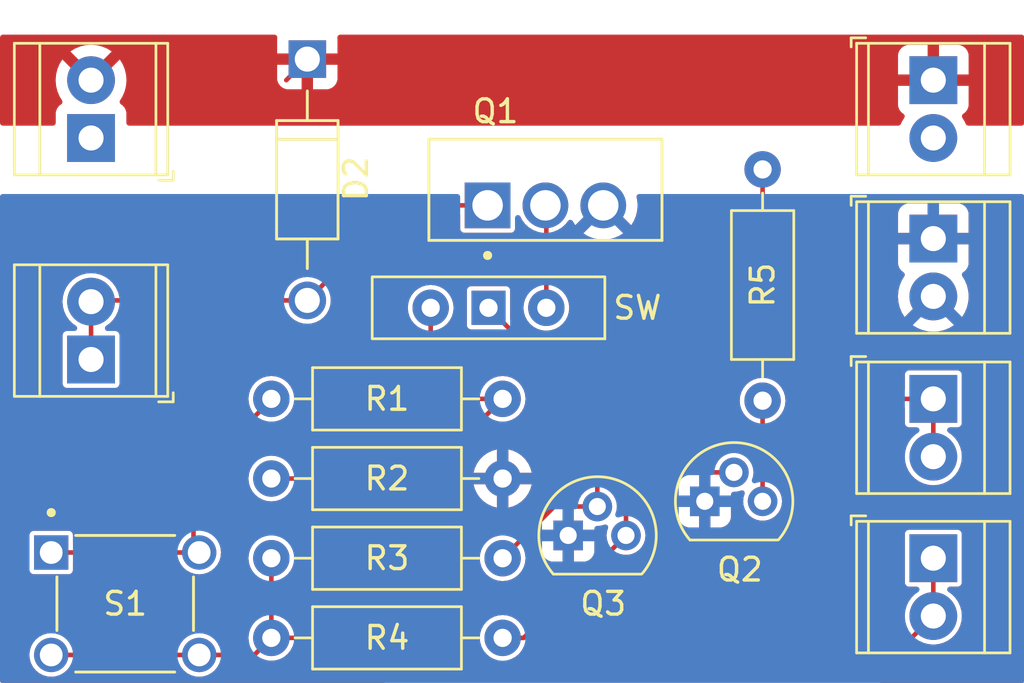
<source format=kicad_pcb>
(kicad_pcb (version 20240108) (generator "pcbnew") (generator_version "8.0")
  (layers (0 "F.Cu" signal) (31 "B.Cu" signal) (34 "B.Paste" user) (35 "F.Paste" user) (36 "B.SilkS" user "B.Silkscreen") (37 "F.SilkS" user "F.Silkscreen") (38 "B.Mask" user) (39 "F.Mask" user) (44 "Edge.Cuts" user))
  (net 0 "")
  (net 1 "Net-(J2-Pin_1)")
  (net 2 "Net-(J5-Pin_1)")
  (net 3 "Net-(R1-Pad2)")
  (net 4 "Net-(SW2-A)")
  (net 5 "Net-(Q1-G)")
  (net 6 "/GND")
  (net 7 "/VCC")
  (net 8 "Net-(J6-Pin_1)")
  (net 9 "Net-(Q3-C)")
  (net 10 "Net-(Q2-C)")
  (net 11 "Net-(Q2-B)")
  (footprint "Button_Switch_THT:SW_Slide-03_Wuerth-WS-SLTV_10x2.5x6.4_P2.54mm" (layer "F.Cu") (at 171.46 73 180)
    (property "Reference" "SW" (at -6.54 0 180) (layer "F.SilkS"))
    (property "Value" "Manual_External_Switch" (hide yes))
    (fp_rect (start -5.11 -1.36) (end 5.11 1.36) (stroke (width 0.12)) (fill none) (layer "F.SilkS"))
    (pad "1" thru_hole rect (at 0 0 180) (size 1.5 1.5) (drill 0.8) (layers "*.Cu" "*.Mask") (net 9 "Net-(Q3-C)"))
    (pad "2" thru_hole circle (at -2.54 0 180) (size 1.6 1.6) (drill 0.8) (layers "*.Cu" "*.Mask") (net 5 "Net-(Q1-G)"))
    (pad "3" thru_hole circle (at 2.54 0 180) (size 1.6 1.6) (drill 0.8) (layers "*.Cu" "*.Mask") (net 4 "Net-(SW2-A)"))
  )
  (footprint "TerminalBlock_TE-Connectivity:TerminalBlock_TE_282834-2_1x02_P2.54mm_Horizontal" (layer "F.Cu") (at 154 65.54 90)
    (property "Reference" "J1" (hide yes))
    (property "Value" "Solenoind_+")
    (fp_line (start 4.16 -3.37) (end 4.16 3.37) (stroke (width 0.12)) (layer "F.SilkS"))
    (fp_line (start -1.62 -3.37) (end 4.16 -3.37) (stroke (width 0.12)) (layer "F.SilkS"))
    (fp_line (start -1.62 -3.37) (end -1.62 3.37) (stroke (width 0.12)) (layer "F.SilkS"))
    (fp_line (start -1.62 -2.25) (end 4.16 -2.25) (stroke (width 0.12)) (layer "F.SilkS"))
    (fp_line (start -1.62 2.85) (end 4.16 2.85) (stroke (width 0.12)) (layer "F.SilkS"))
    (fp_line (start -1.86 2.97) (end -1.86 3.61) (stroke (width 0.12)) (layer "F.SilkS"))
    (fp_line (start -1.62 3.37) (end 4.16 3.37) (stroke (width 0.12)) (layer "F.SilkS"))
    (fp_line (start -1.86 3.61) (end -1.46 3.61) (stroke (width 0.12)) (layer "F.SilkS"))
    (pad "1" thru_hole rect (at 0 0 90) (size 2.1 2.1) (drill 1.1) (layers "*.Cu" "*.Mask") (net 7 "/VCC"))
    (pad "2" thru_hole circle (at 2.54 0 90) (size 2.1 2.1) (drill 1.1) (layers "*.Cu" "*.Mask") (net 7 "/VCC"))
  )
  (footprint "Resistor_THT:R_Axial_DIN0207_L6.3mm_D2.5mm_P10.16mm_Horizontal" (layer "F.Cu") (at 161.92 84)
    (property "Reference" "R3" (at 5.08 0 0) (layer "F.SilkS"))
    (property "Value" "R" (hide yes))
    (fp_line (start 1.04 0) (end 1.81 0) (stroke (width 0.12)) (layer "F.SilkS"))
    (fp_line (start 1.81 -1.37) (end 1.81 1.37) (stroke (width 0.12)) (layer "F.SilkS"))
    (fp_line (start 1.81 1.37) (end 8.35 1.37) (stroke (width 0.12)) (layer "F.SilkS"))
    (fp_line (start 8.35 -1.37) (end 1.81 -1.37) (stroke (width 0.12)) (layer "F.SilkS"))
    (fp_line (start 8.35 1.37) (end 8.35 -1.37) (stroke (width 0.12)) (layer "F.SilkS"))
    (fp_line (start 9.12 0) (end 8.35 0) (stroke (width 0.12)) (layer "F.SilkS"))
    (pad "1" thru_hole circle (at 0 0) (size 1.6 1.6) (drill 0.8) (layers "*.Cu" "*.Mask") (net 8 "Net-(J6-Pin_1)"))
    (pad "2" thru_hole oval (at 10.16 0) (size 1.6 1.6) (drill 0.8) (layers "*.Cu" "*.Mask") (net 9 "Net-(Q3-C)"))
  )
  (footprint "Resistor_THT:R_Axial_DIN0207_L6.3mm_D2.5mm_P10.16mm_Horizontal" (layer "F.Cu") (at 172.08 77 180)
    (property "Reference" "R1" (at 5.08 0 180) (layer "F.SilkS"))
    (property "Value" "R" (hide yes))
    (fp_line (start 9.12 0) (end 8.35 0) (stroke (width 0.12)) (layer "F.SilkS"))
    (fp_line (start 8.35 1.37) (end 8.35 -1.37) (stroke (width 0.12)) (layer "F.SilkS"))
    (fp_line (start 8.35 -1.37) (end 1.81 -1.37) (stroke (width 0.12)) (layer "F.SilkS"))
    (fp_line (start 1.81 1.37) (end 8.35 1.37) (stroke (width 0.12)) (layer "F.SilkS"))
    (fp_line (start 1.81 -1.37) (end 1.81 1.37) (stroke (width 0.12)) (layer "F.SilkS"))
    (fp_line (start 1.04 0) (end 1.81 0) (stroke (width 0.12)) (layer "F.SilkS"))
    (pad "1" thru_hole circle (at 0 0 180) (size 1.6 1.6) (drill 0.8) (layers "*.Cu" "*.Mask") (net 4 "Net-(SW2-A)"))
    (pad "2" thru_hole oval (at 10.16 0 180) (size 1.6 1.6) (drill 0.8) (layers "*.Cu" "*.Mask") (net 3 "Net-(R1-Pad2)"))
  )
  (footprint "TS02-66-50-BK-160-LCR-D:SW_TS02-66-50-BK-160-LCR-D" (layer "F.Cu") (at 155.5 86)
    (property "Reference" "S1" (at 0 0 0) (layer "F.SilkS"))
    (property "Value" "Manual_Control_btn" (hide yes))
    (fp_line (start -3 -1.176) (end -3 1.176) (stroke (width 0.127)) (layer "F.SilkS"))
    (fp_line (start -2.176 -3) (end 2.176 -3) (stroke (width 0.127)) (layer "F.SilkS"))
    (fp_line (start -2.176 3) (end 2.176 3) (stroke (width 0.127)) (layer "F.SilkS"))
    (fp_line (start 3 -1.176) (end 3 1.176) (stroke (width 0.127)) (layer "F.SilkS"))
    (fp_circle (center -3.25 -4.004) (end -3.15 -4.004) (stroke (width 0.2)) (fill none) (layer "F.SilkS"))
    (pad "1" thru_hole rect (at -3.25 -2.25) (size 1.508 1.508) (drill 1) (layers "*.Cu" "*.Mask") (net 3 "Net-(R1-Pad2)"))
    (pad "2" thru_hole circle (at 3.25 -2.25) (size 1.508 1.508) (drill 1) (layers "*.Cu" "*.Mask") (net 3 "Net-(R1-Pad2)"))
    (pad "3" thru_hole circle (at -3.25 2.25) (size 1.508 1.508) (drill 1) (layers "*.Cu" "*.Mask") (net 8 "Net-(J6-Pin_1)"))
    (pad "4" thru_hole circle (at 3.25 2.25) (size 1.508 1.508) (drill 1) (layers "*.Cu" "*.Mask") (net 8 "Net-(J6-Pin_1)"))
  )
  (footprint "Package_TO_SOT_THT:TO-92L" (layer "F.Cu") (at 180.96 81.5)
    (property "Reference" "Q2" (at 1.54 3 0) (layer "F.SilkS"))
    (property "Value" "2N3904" (hide yes))
    (fp_line (start -0.65 1.7) (end 3.2 1.7) (stroke (width 0.12)) (layer "F.SilkS"))
    (fp_arc (start -0.65 1.7) (mid 1.283448 -2.579449) (end 3.238611 1.690122) (stroke (width 0.12)) (layer "F.SilkS"))
    (pad "1" thru_hole rect (at 0 0) (size 1.3 1.3) (drill 0.75) (layers "*.Cu" "*.Mask") (net 6 "/GND"))
    (pad "2" thru_hole circle (at 1.28 -1.27) (size 1.3 1.3) (drill 0.75) (layers "*.Cu" "*.Mask") (net 10 "Net-(Q2-C)"))
    (pad "3" thru_hole circle (at 2.54 0) (size 1.3 1.3) (drill 0.75) (layers "*.Cu" "*.Mask") (net 11 "Net-(Q2-B)"))
  )
  (footprint "TerminalBlock_TE-Connectivity:TerminalBlock_TE_282834-2_1x02_P2.54mm_Horizontal" (layer "F.Cu") (at 191 84 -90)
    (property "Reference" "J6" (hide yes))
    (property "Value" "5V Vin")
    (fp_line (start -1.86 3.61) (end -1.46 3.61) (stroke (width 0.12)) (layer "F.SilkS"))
    (fp_line (start -1.62 3.37) (end 4.16 3.37) (stroke (width 0.12)) (layer "F.SilkS"))
    (fp_line (start -1.86 2.97) (end -1.86 3.61) (stroke (width 0.12)) (layer "F.SilkS"))
    (fp_line (start -1.62 2.85) (end 4.16 2.85) (stroke (width 0.12)) (layer "F.SilkS"))
    (fp_line (start -1.62 -2.25) (end 4.16 -2.25) (stroke (width 0.12)) (layer "F.SilkS"))
    (fp_line (start -1.62 -3.37) (end -1.62 3.37) (stroke (width 0.12)) (layer "F.SilkS"))
    (fp_line (start -1.62 -3.37) (end 4.16 -3.37) (stroke (width 0.12)) (layer "F.SilkS"))
    (fp_line (start 4.16 -3.37) (end 4.16 3.37) (stroke (width 0.12)) (layer "F.SilkS"))
    (pad "1" thru_hole rect (at 0 0 270) (size 2.1 2.1) (drill 1.1) (layers "*.Cu" "*.Mask") (net 8 "Net-(J6-Pin_1)"))
    (pad "2" thru_hole circle (at 2.54 0 270) (size 2.1 2.1) (drill 1.1) (layers "*.Cu" "*.Mask") (net 8 "Net-(J6-Pin_1)"))
  )
  (footprint "TerminalBlock_TE-Connectivity:TerminalBlock_TE_282834-2_1x02_P2.54mm_Horizontal" (layer "F.Cu") (at 154 75.27 90)
    (property "Reference" "J2" (hide yes))
    (property "Value" "Solenoid_-")
    (fp_line (start 4.16 -3.37) (end 4.16 3.37) (stroke (width 0.12)) (layer "F.SilkS"))
    (fp_line (start -1.62 -3.37) (end 4.16 -3.37) (stroke (width 0.12)) (layer "F.SilkS"))
    (fp_line (start -1.62 -3.37) (end -1.62 3.37) (stroke (width 0.12)) (layer "F.SilkS"))
    (fp_line (start -1.62 -2.25) (end 4.16 -2.25) (stroke (width 0.12)) (layer "F.SilkS"))
    (fp_line (start -1.62 2.85) (end 4.16 2.85) (stroke (width 0.12)) (layer "F.SilkS"))
    (fp_line (start -1.86 2.97) (end -1.86 3.61) (stroke (width 0.12)) (layer "F.SilkS"))
    (fp_line (start -1.62 3.37) (end 4.16 3.37) (stroke (width 0.12)) (layer "F.SilkS"))
    (fp_line (start -1.86 3.61) (end -1.46 3.61) (stroke (width 0.12)) (layer "F.SilkS"))
    (pad "1" thru_hole rect (at 0 0 90) (size 2.1 2.1) (drill 1.1) (layers "*.Cu" "*.Mask") (net 1 "Net-(J2-Pin_1)"))
    (pad "2" thru_hole circle (at 2.54 0 90) (size 2.1 2.1) (drill 1.1) (layers "*.Cu" "*.Mask") (net 1 "Net-(J2-Pin_1)"))
  )
  (footprint "Resistor_THT:R_Axial_DIN0207_L6.3mm_D2.5mm_P10.16mm_Horizontal" (layer "F.Cu") (at 161.92 87.5)
    (property "Reference" "R4" (at 5.08 0 0) (layer "F.SilkS"))
    (property "Value" "R" (hide yes))
    (fp_line (start 1.04 0) (end 1.81 0) (stroke (width 0.12)) (layer "F.SilkS"))
    (fp_line (start 1.81 -1.37) (end 1.81 1.37) (stroke (width 0.12)) (layer "F.SilkS"))
    (fp_line (start 1.81 1.37) (end 8.35 1.37) (stroke (width 0.12)) (layer "F.SilkS"))
    (fp_line (start 8.35 -1.37) (end 1.81 -1.37) (stroke (width 0.12)) (layer "F.SilkS"))
    (fp_line (start 8.35 1.37) (end 8.35 -1.37) (stroke (width 0.12)) (layer "F.SilkS"))
    (fp_line (start 9.12 0) (end 8.35 0) (stroke (width 0.12)) (layer "F.SilkS"))
    (pad "1" thru_hole circle (at 0 0) (size 1.6 1.6) (drill 0.8) (layers "*.Cu" "*.Mask") (net 8 "Net-(J6-Pin_1)"))
    (pad "2" thru_hole oval (at 10.16 0) (size 1.6 1.6) (drill 0.8) (layers "*.Cu" "*.Mask") (net 10 "Net-(Q2-C)"))
  )
  (footprint "1N4007:DIOAD1060W80L520D270" (layer "F.Cu") (at 163.5 67.375 -90)
    (property "Reference" "D2" (at -0.0432 -2.13714 90) (layer "F.SilkS"))
    (property "Value" "1N4007" (hide yes))
    (fp_line (start -2.6 1.35) (end -1.775 1.35) (stroke (width 0.127)) (layer "F.SilkS"))
    (fp_line (start -1.775 1.35) (end 2.6 1.35) (stroke (width 0.127)) (layer "F.SilkS"))
    (fp_line (start -1.775 1.35) (end -1.775 -1.35) (stroke (width 0.127)) (layer "F.SilkS"))
    (fp_line (start 2.6 1.35) (end 2.6 0) (stroke (width 0.127)) (layer "F.SilkS"))
    (fp_line (start -2.6 0) (end -2.6 1.35) (stroke (width 0.127)) (layer "F.SilkS"))
    (fp_line (start -2.6 0) (end -3.9 0) (stroke (width 0.127)) (layer "F.SilkS"))
    (fp_line (start 2.6 0) (end 3.9 0) (stroke (width 0.127)) (layer "F.SilkS"))
    (fp_line (start 2.6 0) (end 2.6 -1.35) (stroke (width 0.127)) (layer "F.SilkS"))
    (fp_line (start -2.6 -1.35) (end -2.6 0) (stroke (width 0.127)) (layer "F.SilkS"))
    (fp_line (start -1.775 -1.35) (end -2.6 -1.35) (stroke (width 0.127)) (layer "F.SilkS"))
    (fp_line (start 2.6 -1.35) (end -1.775 -1.35) (stroke (width 0.127)) (layer "F.SilkS"))
    (pad "A" thru_hole circle (at 5.3 0 270) (size 1.65 1.65) (drill 1.1) (layers "*.Cu" "*.Mask") (net 1 "Net-(J2-Pin_1)"))
    (pad "C" thru_hole rect (at -5.3 0 270) (size 1.65 1.65) (drill 1.1) (layers "*.Cu" "*.Mask") (net 7 "/VCC"))
  )
  (footprint "Package_TO_SOT_THT:TO-92L" (layer "F.Cu") (at 174.96 83)
    (property "Reference" "Q3" (at 1.54 3 0) (layer "F.SilkS"))
    (property "Value" "2N3904" (hide yes))
    (fp_line (start -0.65 1.7) (end 3.2 1.7) (stroke (width 0.12)) (layer "F.SilkS"))
    (fp_arc (start -0.65 1.7) (mid 1.283448 -2.579449) (end 3.238611 1.690122) (stroke (width 0.12)) (layer "F.SilkS"))
    (pad "1" thru_hole rect (at 0 0) (size 1.3 1.3) (drill 0.75) (layers "*.Cu" "*.Mask") (net 6 "/GND"))
    (pad "2" thru_hole circle (at 1.28 -1.27) (size 1.3 1.3) (drill 0.75) (layers "*.Cu" "*.Mask") (net 9 "Net-(Q3-C)"))
    (pad "3" thru_hole circle (at 2.54 0) (size 1.3 1.3) (drill 0.75) (layers "*.Cu" "*.Mask") (net 10 "Net-(Q2-C)"))
  )
  (footprint "TerminalBlock_TE-Connectivity:TerminalBlock_TE_282834-2_1x02_P2.54mm_Horizontal" (layer "F.Cu") (at 191 69.96 -90)
    (property "Reference" "J4" (hide yes))
    (property "Value" "GND")
    (fp_line (start -1.86 3.61) (end -1.46 3.61) (stroke (width 0.12)) (layer "F.SilkS"))
    (fp_line (start -1.62 3.37) (end 4.16 3.37) (stroke (width 0.12)) (layer "F.SilkS"))
    (fp_line (start -1.86 2.97) (end -1.86 3.61) (stroke (width 0.12)) (layer "F.SilkS"))
    (fp_line (start -1.62 2.85) (end 4.16 2.85) (stroke (width 0.12)) (layer "F.SilkS"))
    (fp_line (start -1.62 -2.25) (end 4.16 -2.25) (stroke (width 0.12)) (layer "F.SilkS"))
    (fp_line (start -1.62 -3.37) (end -1.62 3.37) (stroke (width 0.12)) (layer "F.SilkS"))
    (fp_line (start -1.62 -3.37) (end 4.16 -3.37) (stroke (width 0.12)) (layer "F.SilkS"))
    (fp_line (start 4.16 -3.37) (end 4.16 3.37) (stroke (width 0.12)) (layer "F.SilkS"))
    (pad "1" thru_hole rect (at 0 0 270) (size 2.1 2.1) (drill 1.1) (layers "*.Cu" "*.Mask") (net 6 "/GND"))
    (pad "2" thru_hole circle (at 2.54 0 270) (size 2.1 2.1) (drill 1.1) (layers "*.Cu" "*.Mask") (net 6 "/GND"))
  )
  (footprint "TerminalBlock_TE-Connectivity:TerminalBlock_TE_282834-2_1x02_P2.54mm_Horizontal" (layer "F.Cu") (at 191 77 -90)
    (property "Reference" "J5" (hide yes))
    (property "Value" "External_control" (hide yes))
    (fp_line (start -1.86 3.61) (end -1.46 3.61) (stroke (width 0.12)) (layer "F.SilkS"))
    (fp_line (start -1.62 3.37) (end 4.16 3.37) (stroke (width 0.12)) (layer "F.SilkS"))
    (fp_line (start -1.86 2.97) (end -1.86 3.61) (stroke (width 0.12)) (layer "F.SilkS"))
    (fp_line (start -1.62 2.85) (end 4.16 2.85) (stroke (width 0.12)) (layer "F.SilkS"))
    (fp_line (start -1.62 -2.25) (end 4.16 -2.25) (stroke (width 0.12)) (layer "F.SilkS"))
    (fp_line (start -1.62 -3.37) (end -1.62 3.37) (stroke (width 0.12)) (layer "F.SilkS"))
    (fp_line (start -1.62 -3.37) (end 4.16 -3.37) (stroke (width 0.12)) (layer "F.SilkS"))
    (fp_line (start 4.16 -3.37) (end 4.16 3.37) (stroke (width 0.12)) (layer "F.SilkS"))
    (pad "1" thru_hole rect (at 0 0 270) (size 2.1 2.1) (drill 1.1) (layers "*.Cu" "*.Mask") (net 2 "Net-(J5-Pin_1)"))
    (pad "2" thru_hole circle (at 2.54 0 270) (size 2.1 2.1) (drill 1.1) (layers "*.Cu" "*.Mask") (net 2 "Net-(J5-Pin_1)"))
  )
  (footprint "Resistor_THT:R_Axial_DIN0207_L6.3mm_D2.5mm_P10.16mm_Horizontal" (layer "F.Cu") (at 161.92 80.5)
    (property "Reference" "R2" (at 5.08 0 0) (layer "F.SilkS"))
    (property "Value" "R" (hide yes))
    (fp_line (start 1.04 0) (end 1.81 0) (stroke (width 0.12)) (layer "F.SilkS"))
    (fp_line (start 1.81 -1.37) (end 1.81 1.37) (stroke (width 0.12)) (layer "F.SilkS"))
    (fp_line (start 1.81 1.37) (end 8.35 1.37) (stroke (width 0.12)) (layer "F.SilkS"))
    (fp_line (start 8.35 -1.37) (end 1.81 -1.37) (stroke (width 0.12)) (layer "F.SilkS"))
    (fp_line (start 8.35 1.37) (end 8.35 -1.37) (stroke (width 0.12)) (layer "F.SilkS"))
    (fp_line (start 9.12 0) (end 8.35 0) (stroke (width 0.12)) (layer "F.SilkS"))
    (pad "1" thru_hole circle (at 0 0) (size 1.6 1.6) (drill 0.8) (layers "*.Cu" "*.Mask") (net 4 "Net-(SW2-A)"))
    (pad "2" thru_hole oval (at 10.16 0) (size 1.6 1.6) (drill 0.8) (layers "*.Cu" "*.Mask") (net 6 "/GND"))
  )
  (footprint "TerminalBlock_TE-Connectivity:TerminalBlock_TE_282834-2_1x02_P2.54mm_Horizontal" (layer "F.Cu") (at 191 63 -90)
    (property "Reference" "J3" (hide yes))
    (property "Value" "VCC")
    (fp_line (start -1.86 3.61) (end -1.46 3.61) (stroke (width 0.12)) (layer "F.SilkS"))
    (fp_line (start -1.62 3.37) (end 4.16 3.37) (stroke (width 0.12)) (layer "F.SilkS"))
    (fp_line (start -1.86 2.97) (end -1.86 3.61) (stroke (width 0.12)) (layer "F.SilkS"))
    (fp_line (start -1.62 2.85) (end 4.16 2.85) (stroke (width 0.12)) (layer "F.SilkS"))
    (fp_line (start -1.62 -2.25) (end 4.16 -2.25) (stroke (width 0.12)) (layer "F.SilkS"))
    (fp_line (start -1.62 -3.37) (end -1.62 3.37) (stroke (width 0.12)) (layer "F.SilkS"))
    (fp_line (start -1.62 -3.37) (end 4.16 -3.37) (stroke (width 0.12)) (layer "F.SilkS"))
    (fp_line (start 4.16 -3.37) (end 4.16 3.37) (stroke (width 0.12)) (layer "F.SilkS"))
    (pad "1" thru_hole rect (at 0 0 270) (size 2.1 2.1) (drill 1.1) (layers "*.Cu" "*.Mask") (net 7 "/VCC"))
    (pad "2" thru_hole circle (at 2.54 0 270) (size 2.1 2.1) (drill 1.1) (layers "*.Cu" "*.Mask") (net 7 "/VCC"))
  )
  (footprint "IRF540:TO254P1024X444X1989-3" (layer "F.Cu") (at 173.96 68.5)
    (property "Reference" "Q1" (at -2.195 -4.135 0) (layer "F.SilkS"))
    (property "Value" "NMOS" (hide yes))
    (fp_line (start -5.12 -2.9075) (end 5.12 -2.9075) (stroke (width 0.127)) (layer "F.SilkS"))
    (fp_line (start -5.12 1.5375) (end -5.12 -2.9075) (stroke (width 0.127)) (layer "F.SilkS"))
    (fp_line (start 5.12 -2.9075) (end 5.12 1.5375) (stroke (width 0.127)) (layer "F.SilkS"))
    (fp_line (start 5.12 1.5375) (end -5.12 1.5375) (stroke (width 0.127)) (layer "F.SilkS"))
    (fp_circle (center -2.54 2.2) (end -2.44 2.2) (stroke (width 0.2)) (fill none) (layer "F.SilkS"))
    (pad "1" thru_hole rect (at -2.54 0) (size 2.01 2.01) (drill 1.34) (layers "*.Cu" "*.Mask") (net 1 "Net-(J2-Pin_1)"))
    (pad "2" thru_hole circle (at 0 0) (size 2.01 2.01) (drill 1.34) (layers "*.Cu" "*.Mask") (net 5 "Net-(Q1-G)"))
    (pad "3" thru_hole circle (at 2.54 0) (size 2.01 2.01) (drill 1.34) (layers "*.Cu" "*.Mask") (net 6 "/GND"))
  )
  (footprint "Resistor_THT:R_Axial_DIN0207_L6.3mm_D2.5mm_P10.16mm_Horizontal" (layer "F.Cu") (at 183.5 77.08 90)
    (property "Reference" "R5" (at 5.08 0 270) (layer "F.SilkS"))
    (property "Value" "R" (hide yes))
    (fp_line (start 8.35 -1.37) (end 1.81 -1.37) (stroke (width 0.12)) (layer "F.SilkS"))
    (fp_line (start 1.81 -1.37) (end 1.81 1.37) (stroke (width 0.12)) (layer "F.SilkS"))
    (fp_line (start 9.12 0) (end 8.35 0) (stroke (width 0.12)) (layer "F.SilkS"))
    (fp_line (start 1.04 0) (end 1.81 0) (stroke (width 0.12)) (layer "F.SilkS"))
    (fp_line (start 8.35 1.37) (end 8.35 -1.37) (stroke (width 0.12)) (layer "F.SilkS"))
    (fp_line (start 1.81 1.37) (end 8.35 1.37) (stroke (width 0.12)) (layer "F.SilkS"))
    (pad "1" thru_hole circle (at 0 0 90) (size 1.6 1.6) (drill 0.8) (layers "*.Cu" "*.Mask") (net 11 "Net-(Q2-B)"))
    (pad "2" thru_hole oval (at 10.16 0 90) (size 1.6 1.6) (drill 0.8) (layers "*.Cu" "*.Mask") (net 2 "Net-(J5-Pin_1)"))
  )
  (segment (start 167.675 68.5) (end 171.42 68.5) (width 0.2) (layer "F.Cu") (net 1))
  (segment (start 163.5 72.675) (end 167.675 68.5) (width 0.2) (layer "F.Cu") (net 1))
  (segment (start 163.5 72.675) (end 154.055 72.675) (width 0.2) (layer "F.Cu") (net 1))
  (segment (start 154.055 72.675) (end 154 72.73) (width 0.2) (layer "F.Cu") (net 1))
  (segment (start 154 72.73) (end 154 75.27) (width 0.2) (layer "F.Cu") (net 1))
  (segment (start 183.5 73.5) (end 187 77) (width 0.2) (layer "F.Cu") (net 2))
  (segment (start 183.5 66.92) (end 183.5 73.5) (width 0.2) (layer "F.Cu") (net 2))
  (segment (start 187 77) (end 191 77) (width 0.2) (layer "F.Cu") (net 2))
  (segment (start 191 77) (end 191 79.54) (width 0.2) (layer "F.Cu") (net 2))
  (segment (start 158.5 80.46) (end 161.92 77.04) (width 0.2) (layer "F.Cu") (net 3))
  (segment (start 152.25 83.75) (end 158.75 83.75) (width 0.2) (layer "F.Cu") (net 3))
  (segment (start 158.5 83.5) (end 158.5 80.46) (width 0.2) (layer "F.Cu") (net 3))
  (segment (start 158.75 83.75) (end 158.5 83.5) (width 0.2) (layer "F.Cu") (net 3))
  (segment (start 161.92 77.04) (end 161.92 77) (width 0.2) (layer "F.Cu") (net 3))
  (segment (start 161.92 80.5) (end 168.58 80.5) (width 0.2) (layer "F.Cu") (net 4))
  (segment (start 168.92 74.92) (end 171 77) (width 0.2) (layer "F.Cu") (net 4))
  (segment (start 168.58 80.5) (end 172.08 77) (width 0.2) (layer "F.Cu") (net 4))
  (segment (start 168.92 73) (end 168.92 74.92) (width 0.2) (layer "F.Cu") (net 4))
  (segment (start 171 77) (end 172.08 77) (width 0.2) (layer "F.Cu") (net 4))
  (segment (start 174 73) (end 174 68.54) (width 0.2) (layer "F.Cu") (net 5))
  (segment (start 174 68.54) (end 173.96 68.5) (width 0.2) (layer "F.Cu") (net 5))
  (segment (start 162.575 63) (end 163.5 62.075) (width 0.2) (layer "F.Cu") (net 7))
  (segment (start 161.92 87.5) (end 165.5 87.5) (width 0.2) (layer "F.Cu") (net 8))
  (segment (start 191 86.54) (end 191 84) (width 0.2) (layer "F.Cu") (net 8))
  (segment (start 161.92 87.5) (end 161.92 84) (width 0.2) (layer "F.Cu") (net 8))
  (segment (start 161.17 88.25) (end 161.92 87.5) (width 0.2) (layer "F.Cu") (net 8))
  (segment (start 152.25 88.25) (end 158.75 88.25) (width 0.2) (layer "F.Cu") (net 8))
  (segment (start 188.54 89) (end 191 86.54) (width 0.2) (layer "F.Cu") (net 8))
  (segment (start 167 89) (end 188.54 89) (width 0.2) (layer "F.Cu") (net 8))
  (segment (start 165.5 87.5) (end 167 89) (width 0.2) (layer "F.Cu") (net 8))
  (segment (start 158.75 88.25) (end 161.17 88.25) (width 0.2) (layer "F.Cu") (net 8))
  (segment (start 176.24 81.73) (end 176.24 77.78) (width 0.2) (layer "F.Cu") (net 9))
  (segment (start 172.08 84) (end 174.35 81.73) (width 0.2) (layer "F.Cu") (net 9))
  (segment (start 176.24 77.78) (end 171.46 73) (width 0.2) (layer "F.Cu") (net 9))
  (segment (start 174.35 81.73) (end 176.24 81.73) (width 0.2) (layer "F.Cu") (net 9))
  (segment (start 172.08 87.5) (end 173 87.5) (width 0.2) (layer "F.Cu") (net 10))
  (segment (start 177.5 83) (end 177.5 81.5) (width 0.2) (layer "F.Cu") (net 10))
  (segment (start 177.5 81.5) (end 178.77 80.23) (width 0.2) (layer "F.Cu") (net 10))
  (segment (start 173 87.5) (end 177.5 83) (width 0.2) (layer "F.Cu") (net 10))
  (segment (start 178.77 80.23) (end 182.24 80.23) (width 0.2) (layer "F.Cu") (net 10))
  (segment (start 183.5 77.08) (end 183.5 81.5) (width 0.2) (layer "F.Cu") (net 11))
  (zone (net 6) (net_name "/GND") (layer "F.Cu") (priority 2) (connect_pads (clearance 0)) (min_thickness 0.25) (fill yes (thermal_gap 0.5) (thermal_bridge_width 0.5))
    (polygon (pts (xy 195 68) (xy 195 89.5) (xy 150 89.5) (xy 150 68)))
  )
  (zone (net 7) (net_name "/VCC") (layer "F.Cu") (connect_pads (clearance 0)) (min_thickness 0.25) (fill yes (thermal_gap 0.5) (thermal_bridge_width 0.5))
    (polygon (pts (xy 195 61) (xy 195 65) (xy 150 65) (xy 150 61)))
  )
  (zone (net 6) (net_name "/GND") (layer "B.Cu") (priority 1) (connect_pads (clearance 0)) (min_thickness 0.25) (fill yes (thermal_gap 0.5) (thermal_bridge_width 0.5))
    (polygon (pts (xy 195 68) (xy 195 89.5) (xy 150 89.5) (xy 150 68)))
  )
)
</source>
